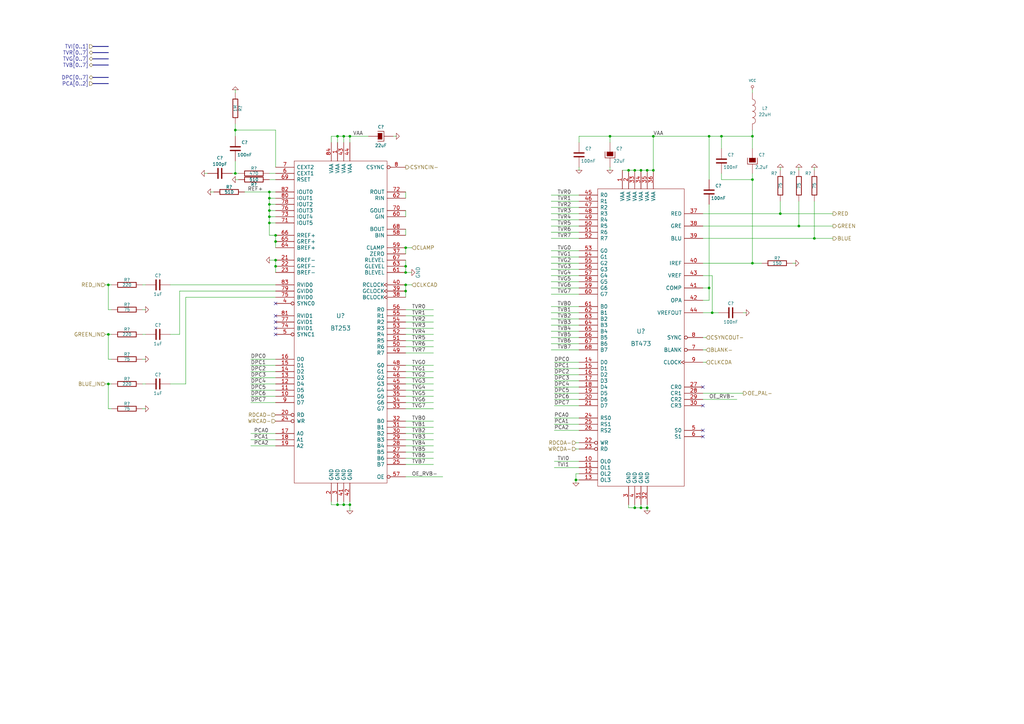
<source format=kicad_sch>
(kicad_sch (version 20250114) (generator "eeschema") (generator_version "9.0")
  (paper "A3")
  (title_block (title "Video") (date "Sun 22 Mar 2015") (rev "2.0B") (company "Kicad EDA"))
  (lib_symbols
    (symbol "video_schlib:BT253" (pin_names (offset 1.016))
      (property "Reference" "U" (at 0 2.54 0))
      (property "Value" "BT253" (at 0 -2.54 0))
      (symbol "BT253_0_1"
        (rectangle (start -19.05 -66.04) (end 19.05 66.04))
      )
      (symbol "BT253_1_1"
        (pin input line (at -26.67 63.5 0) (length 7.62) (name "CEXT2") (number "7"))
        (pin output line (at -26.67 60.96 0) (length 7.62) (name "CEXT1") (number "6"))
        (pin input line (at -26.67 58.42 0) (length 7.62) (name "RSET") (number "69"))
        (pin passive line (at -26.67 53.34 0) (length 7.62) (name "IOUT0") (number "82"))
        (pin passive line (at -26.67 50.8 0) (length 7.62) (name "IOUT1") (number "80"))
        (pin passive line (at -26.67 48.26 0) (length 7.62) (name "IOUT2") (number "78"))
        (pin passive line (at -26.67 45.72 0) (length 7.62) (name "IOUT3") (number "76"))
        (pin passive line (at -26.67 43.18 0) (length 7.62) (name "IOUT4") (number "73"))
        (pin passive line (at -26.67 40.64 0) (length 7.62) (name "IOUT5") (number "71"))
        (pin input line (at -26.67 35.56 0) (length 7.62) (name "RREF+") (number "66"))
        (pin input line (at -26.67 33.02 0) (length 7.62) (name "GREF+") (number "65"))
        (pin input line (at -26.67 30.48 0) (length 7.62) (name "BREF+") (number "64"))
        (pin input line (at -26.67 25.4 0) (length 7.62) (name "RREF-") (number "21"))
        (pin input line (at -26.67 22.86 0) (length 7.62) (name "GREF-") (number "22"))
        (pin input line (at -26.67 20.32 0) (length 7.62) (name "BREF-") (number "23"))
        (pin input line (at -26.67 15.24 0) (length 7.62) (name "RVID0") (number "83"))
        (pin input line (at -26.67 12.7 0) (length 7.62) (name "GVID0") (number "79"))
        (pin input line (at -26.67 10.16 0) (length 7.62) (name "BVID0") (number "75"))
        (pin input inverted (at -26.67 7.62 0) (length 7.62) (name "SYNC0") (number "4"))
        (pin input line (at -26.67 2.54 0) (length 7.62) (name "RVID1") (number "81"))
        (pin input line (at -26.67 0 0) (length 7.62) (name "GVID1") (number "77"))
        (pin input line (at -26.67 -2.54 0) (length 7.62) (name "BVID1") (number "74"))
        (pin input inverted (at -26.67 -5.08 0) (length 7.62) (name "SYNC1") (number "5"))
        (pin tri_state line (at -26.67 -15.24 0) (length 7.62) (name "D0") (number "16"))
        (pin tri_state line (at -26.67 -17.78 0) (length 7.62) (name "D1") (number "15"))
        (pin tri_state line (at -26.67 -20.32 0) (length 7.62) (name "D2") (number "14"))
        (pin tri_state line (at -26.67 -22.86 0) (length 7.62) (name "D3") (number "13"))
        (pin tri_state line (at -26.67 -25.4 0) (length 7.62) (name "D4") (number "12"))
        (pin tri_state line (at -26.67 -27.94 0) (length 7.62) (name "D5") (number "11"))
        (pin tri_state line (at -26.67 -30.48 0) (length 7.62) (name "D6") (number "10"))
        (pin tri_state line (at -26.67 -33.02 0) (length 7.62) (name "D7") (number "9"))
        (pin input inverted (at -26.67 -38.1 0) (length 7.62) (name "RD") (number "20"))
        (pin input inverted (at -26.67 -40.64 0) (length 7.62) (name "WR") (number "24"))
        (pin input line (at -26.67 -45.72 0) (length 7.62) (name "A0") (number "17"))
        (pin input line (at -26.67 -48.26 0) (length 7.62) (name "A1") (number "18"))
        (pin input line (at -26.67 -50.8 0) (length 7.62) (name "A2") (number "19"))
        (pin input line (at -3.81 73.66 270) (length 7.62) (name "VAA") (number "84"))
        (pin input line (at -3.81 -73.66 90) (length 7.62) (name "GND") (number "2"))
        (pin input line (at -1.27 73.66 270) (length 7.62) (name "VAA") (number "1"))
        (pin input line (at -1.27 -73.66 90) (length 7.62) (name "GND") (number "3"))
        (pin input line (at 1.27 73.66 270) (length 7.62) (name "VAA") (number "43"))
        (pin input line (at 1.27 -73.66 90) (length 7.62) (name "GND") (number "41"))
        (pin input line (at 3.81 73.66 270) (length 7.62) (name "VAA") (number "44"))
        (pin input line (at 3.81 -73.66 90) (length 7.62) (name "GND") (number "42"))
        (pin output inverted (at 26.67 63.5 180) (length 7.62) (name "CSYNC") (number "8"))
        (pin output line (at 26.67 53.34 180) (length 7.62) (name "ROUT") (number "72"))
        (pin input line (at 26.67 50.8 180) (length 7.62) (name "RIN") (number "62"))
        (pin output line (at 26.67 45.72 180) (length 7.62) (name "GOUT") (number "70"))
        (pin input line (at 26.67 43.18 180) (length 7.62) (name "GIN") (number "60"))
        (pin output line (at 26.67 38.1 180) (length 7.62) (name "BOUT") (number "68"))
        (pin input line (at 26.67 35.56 180) (length 7.62) (name "BIN") (number "58"))
        (pin input line (at 26.67 30.48 180) (length 7.62) (name "CLAMP") (number "59"))
        (pin input line (at 26.67 27.94 180) (length 7.62) (name "ZERO") (number "37"))
        (pin input line (at 26.67 25.4 180) (length 7.62) (name "RLEVEL") (number "67"))
        (pin input line (at 26.67 22.86 180) (length 7.62) (name "GLEVEL") (number "63"))
        (pin input line (at 26.67 20.32 180) (length 7.62) (name "BLEVEL") (number "61"))
        (pin input clock (at 26.67 15.24 180) (length 7.62) (name "RCLOCK") (number "40"))
        (pin input clock (at 26.67 12.7 180) (length 7.62) (name "GCLOCK") (number "39"))
        (pin input clock (at 26.67 10.16 180) (length 7.62) (name "BCLOCK") (number "38"))
        (pin tri_state line (at 26.67 5.08 180) (length 7.62) (name "R0") (number "56"))
        (pin tri_state line (at 26.67 2.54 180) (length 7.62) (name "R1") (number "55"))
        (pin tri_state line (at 26.67 0 180) (length 7.62) (name "R2") (number "54"))
        (pin tri_state line (at 26.67 -2.54 180) (length 7.62) (name "R3") (number "53"))
        (pin tri_state line (at 26.67 -5.08 180) (length 7.62) (name "R4") (number "52"))
        (pin tri_state line (at 26.67 -7.62 180) (length 7.62) (name "R5") (number "51"))
        (pin tri_state line (at 26.67 -10.16 180) (length 7.62) (name "R6") (number "50"))
        (pin tri_state line (at 26.67 -12.7 180) (length 7.62) (name "R7") (number "49"))
        (pin tri_state line (at 26.67 -17.78 180) (length 7.62) (name "G0") (number "48"))
        (pin tri_state line (at 26.67 -20.32 180) (length 7.62) (name "G1") (number "47"))
        (pin tri_state line (at 26.67 -22.86 180) (length 7.62) (name "G2") (number "46"))
        (pin tri_state line (at 26.67 -25.4 180) (length 7.62) (name "G3") (number "45"))
        (pin tri_state line (at 26.67 -27.94 180) (length 7.62) (name "G4") (number "36"))
        (pin tri_state line (at 26.67 -30.48 180) (length 7.62) (name "G5") (number "35"))
        (pin tri_state line (at 26.67 -33.02 180) (length 7.62) (name "G6") (number "34"))
        (pin tri_state line (at 26.67 -35.56 180) (length 7.62) (name "G7") (number "33"))
        (pin tri_state line (at 26.67 -40.64 180) (length 7.62) (name "B0") (number "32"))
        (pin tri_state line (at 26.67 -43.18 180) (length 7.62) (name "B1") (number "31"))
        (pin tri_state line (at 26.67 -45.72 180) (length 7.62) (name "B2") (number "30"))
        (pin tri_state line (at 26.67 -48.26 180) (length 7.62) (name "B3") (number "29"))
        (pin tri_state line (at 26.67 -50.8 180) (length 7.62) (name "B4") (number "28"))
        (pin tri_state line (at 26.67 -53.34 180) (length 7.62) (name "B5") (number "27"))
        (pin tri_state line (at 26.67 -55.88 180) (length 7.62) (name "B6") (number "26"))
        (pin tri_state line (at 26.67 -58.42 180) (length 7.62) (name "B7") (number "25"))
        (pin input inverted (at 26.67 -63.5 180) (length 7.62) (name "OE") (number "57"))
      )
    )
    (symbol "video_schlib:BT473" (pin_names (offset 1.016))
      (property "Reference" "U" (at 0 2.54 0))
      (property "Value" "BT473" (at 0 -2.54 0))
      (symbol "BT473_0_1"
        (rectangle (start -17.78 -60.96) (end 17.78 60.96))
      )
      (symbol "BT473_1_1"
        (pin input line (at -25.4 58.42 0) (length 7.62) (name "R0") (number "45"))
        (pin input line (at -25.4 55.88 0) (length 7.62) (name "R1") (number "46"))
        (pin input line (at -25.4 53.34 0) (length 7.62) (name "R2") (number "47"))
        (pin input line (at -25.4 50.8 0) (length 7.62) (name "R3") (number "48"))
        (pin input line (at -25.4 48.26 0) (length 7.62) (name "R4") (number "49"))
        (pin input line (at -25.4 45.72 0) (length 7.62) (name "R5") (number "50"))
        (pin input line (at -25.4 43.18 0) (length 7.62) (name "R6") (number "51"))
        (pin input line (at -25.4 40.64 0) (length 7.62) (name "R7") (number "52"))
        (pin input line (at -25.4 35.56 0) (length 7.62) (name "G0") (number "53"))
        (pin input line (at -25.4 33.02 0) (length 7.62) (name "G1") (number "54"))
        (pin input line (at -25.4 30.48 0) (length 7.62) (name "G2") (number "55"))
        (pin input line (at -25.4 27.94 0) (length 7.62) (name "G3") (number "56"))
        (pin input line (at -25.4 25.4 0) (length 7.62) (name "G4") (number "57"))
        (pin input line (at -25.4 22.86 0) (length 7.62) (name "G5") (number "58"))
        (pin input line (at -25.4 20.32 0) (length 7.62) (name "G6") (number "59"))
        (pin input line (at -25.4 17.78 0) (length 7.62) (name "G7") (number "60"))
        (pin input line (at -25.4 12.7 0) (length 7.62) (name "B0") (number "61"))
        (pin input line (at -25.4 10.16 0) (length 7.62) (name "B1") (number "62"))
        (pin input line (at -25.4 7.62 0) (length 7.62) (name "B2") (number "63"))
        (pin input line (at -25.4 5.08 0) (length 7.62) (name "B3") (number "64"))
        (pin input line (at -25.4 2.54 0) (length 7.62) (name "B4") (number "65"))
        (pin input line (at -25.4 0 0) (length 7.62) (name "B5") (number "66"))
        (pin input line (at -25.4 -2.54 0) (length 7.62) (name "B6") (number "67"))
        (pin input line (at -25.4 -5.08 0) (length 7.62) (name "B7") (number "68"))
        (pin input line (at -25.4 -10.16 0) (length 7.62) (name "D0") (number "14"))
        (pin input line (at -25.4 -12.7 0) (length 7.62) (name "D1") (number "15"))
        (pin input line (at -25.4 -15.24 0) (length 7.62) (name "D2") (number "16"))
        (pin input line (at -25.4 -17.78 0) (length 7.62) (name "D3") (number "17"))
        (pin input line (at -25.4 -20.32 0) (length 7.62) (name "D4") (number "18"))
        (pin input line (at -25.4 -22.86 0) (length 7.62) (name "D5") (number "19"))
        (pin input line (at -25.4 -25.4 0) (length 7.62) (name "D6") (number "20"))
        (pin input line (at -25.4 -27.94 0) (length 7.62) (name "D7") (number "21"))
        (pin input line (at -25.4 -33.02 0) (length 7.62) (name "RS0") (number "24"))
        (pin input line (at -25.4 -35.56 0) (length 7.62) (name "RS1") (number "25"))
        (pin input line (at -25.4 -38.1 0) (length 7.62) (name "RS2") (number "26"))
        (pin input inverted (at -25.4 -43.18 0) (length 7.62) (name "WR") (number "22"))
        (pin input inverted (at -25.4 -45.72 0) (length 7.62) (name "RD") (number "23"))
        (pin input line (at -25.4 -50.8 0) (length 7.62) (name "OL0") (number "10"))
        (pin input line (at -25.4 -53.34 0) (length 7.62) (name "OL1") (number "11"))
        (pin input line (at -25.4 -55.88 0) (length 7.62) (name "OL2") (number "12"))
        (pin input line (at -25.4 -58.42 0) (length 7.62) (name "OL3") (number "13"))
        (pin input line (at -7.62 68.58 270) (length 7.62) (name "VAA") (number "1"))
        (pin input line (at -5.08 68.58 270) (length 7.62) (name "VAA") (number "2"))
        (pin input line (at -5.08 -68.58 90) (length 7.62) (name "GND") (number "3"))
        (pin input line (at -2.54 68.58 270) (length 7.62) (name "VAA") (number "33"))
        (pin input line (at -2.54 -68.58 90) (length 7.62) (name "GND") (number "4"))
        (pin input line (at 0 68.58 270) (length 7.62) (name "VAA") (number "34"))
        (pin input line (at 0 -68.58 90) (length 7.62) (name "GND") (number "31"))
        (pin input line (at 2.54 68.58 270) (length 7.62) (name "VAA") (number "35"))
        (pin input line (at 2.54 -68.58 90) (length 7.62) (name "GND") (number "32"))
        (pin input line (at 5.08 68.58 270) (length 7.62) (name "VAA") (number "36"))
        (pin output line (at 25.4 50.8 180) (length 7.62) (name "RED") (number "37"))
        (pin output line (at 25.4 45.72 180) (length 7.62) (name "GRE") (number "38"))
        (pin output line (at 25.4 40.64 180) (length 7.62) (name "BLU") (number "39"))
        (pin input line (at 25.4 30.48 180) (length 7.62) (name "IREF") (number "40"))
        (pin input line (at 25.4 25.4 180) (length 7.62) (name "VREF") (number "43"))
        (pin input line (at 25.4 20.32 180) (length 7.62) (name "COMP") (number "41"))
        (pin output line (at 25.4 15.24 180) (length 7.62) (name "OPA") (number "42"))
        (pin output line (at 25.4 10.16 180) (length 7.62) (name "VREFOUT") (number "44"))
        (pin input inverted (at 25.4 0 180) (length 7.62) (name "SYNC") (number "8"))
        (pin input inverted (at 25.4 -5.08 180) (length 7.62) (name "BLANK") (number "7"))
        (pin input clock (at 25.4 -10.16 180) (length 7.62) (name "CLOCK") (number "9"))
        (pin output line (at 25.4 -20.32 180) (length 7.62) (name "CR0") (number "27"))
        (pin output line (at 25.4 -22.86 180) (length 7.62) (name "CR1") (number "28"))
        (pin output line (at 25.4 -25.4 180) (length 7.62) (name "CR2") (number "29"))
        (pin output line (at 25.4 -27.94 180) (length 7.62) (name "CR3") (number "30"))
        (pin input line (at 25.4 -38.1 180) (length 7.62) (name "S0") (number "5"))
        (pin input line (at 25.4 -40.64 180) (length 7.62) (name "S1") (number "6"))
      )
    )
    (symbol "video_schlib:C" (pin_numbers (hide yes)) (pin_names (offset 0.254))
      (property "Reference" "C" (at 0 2.54 0))
      (property "Value" "C" (at 0.1524 -2.159 0))
      (symbol "C_0_1"
        (polyline (pts (xy -2.032 0.762) (xy 2.032 0.762)) (stroke (width 0.508)))
        (polyline (pts (xy -2.032 -0.762) (xy 2.032 -0.762)) (stroke (width 0.508)))
      )
      (symbol "C_1_1"
        (pin passive line (at 0 5.08 270) (length 4.318) (name "~") (number "1"))
        (pin passive line (at 0 -5.08 90) (length 4.318) (name "~") (number "2"))
      )
    )
    (symbol "video_schlib:CP" (pin_numbers (hide yes)) (pin_names (offset 0.254) (hide yes))
      (property "Reference" "C" (at 1.27 2.54 0))
      (property "Value" "CP" (at 1.27 -2.54 0))
      (symbol "CP_0_1"
        (polyline (pts (xy -2.032 1.27) (xy -2.032 -1.27) (xy 2.032 -1.27) (xy 2.032 1.27)) (stroke (width 0.2032)))
        (polyline (pts (xy -1.27 1.27) (xy -1.27 -0.508) (xy 1.27 -0.508) (xy 1.27 1.27)) (fill (type outline)))
      )
      (symbol "CP_1_1"
        (pin passive line (at 0 5.08 270) (length 3.81) (name "~") (number "1"))
        (pin passive line (at 0 -5.08 90) (length 3.81) (name "~") (number "2"))
      )
    )
    (symbol "video_schlib:GND" (power) (pin_names (offset 0))
      (symbol "GND_0_1"
        (polyline (pts (xy -1.27 0) (xy 0 -1.27) (xy 1.27 0) (xy -1.27 0)))
      )
      (symbol "GND_1_1"
        (pin power_in line (at 0 0 90) (length 0) (hide yes) (name "GND") (number "1"))
      )
    )
    (symbol "video_schlib:INDUCTOR" (pin_numbers (hide yes)) (pin_names (offset 1.016) (hide yes))
      (property "Reference" "L" (at -1.27 0 90))
      (property "Value" "INDUCTOR" (at 2.54 0 90))
      (symbol "INDUCTOR_0_1"
        (arc (start 0.0254 4.9784) (mid 1.1942 3.7719) (end 0.0254 2.5654))
        (arc (start 0.0254 2.5908) (mid 1.2704 1.3081) (end 0.0254 0.0254))
        (arc (start 0.0254 0.0508) (mid 1.2704 -1.2319) (end 0.0254 -2.5146))
        (arc (start 0.0254 -2.54) (mid 1.245 -3.7973) (end 0.0254 -5.0546))
      )
      (symbol "INDUCTOR_1_1"
        (pin passive line (at 0 7.62 270) (length 2.54) (name "1") (number "1"))
        (pin passive line (at 0 -7.62 90) (length 2.54) (name "2") (number "2"))
      )
    )
    (symbol "video_schlib:R" (pin_numbers (hide yes)) (pin_names (offset 0))
      (property "Reference" "R" (at 2.032 0 90))
      (property "Value" "R" (at 0.1778 0.0254 90))
      (symbol "R_0_1"
        (rectangle (start -1.016 3.81) (end 1.016 -3.81) (stroke (width 0.3048)))
      )
      (symbol "R_1_1"
        (pin passive line (at 0 6.35 270) (length 2.54) (name "~") (number "1"))
        (pin passive line (at 0 -6.35 90) (length 2.54) (name "~") (number "2"))
      )
    )
    (symbol "video_schlib:VCC" (power) (pin_names (offset 0))
      (property "Value" "VCC" (at 0 2.54 0))
      (symbol "VCC_0_0"
        (pin power_in line (at 0 0 90) (length 0) (hide yes) (name "VCC") (number "1"))
      )
      (symbol "VCC_0_1"
        (circle (center 0 1.27) (radius 0.508))
        (polyline (pts (xy 0 0) (xy 0 0.762) (xy 0 0.762)))
      )
    )
  )
  (junction (at 166.37 111.76) (diameter 0.9144))
  (junction (at 308.61 73.66) (diameter 0.9144))
  (junction (at 166.37 119.38) (diameter 0.9144))
  (junction (at 327.66 92.71) (diameter 0.9144))
  (junction (at 110.49 81.28) (diameter 0.9144))
  (junction (at 262.89 208.28) (diameter 0.9144))
  (junction (at 44.45 116.84) (diameter 0.9144))
  (junction (at 110.49 78.74) (diameter 0.9144))
  (junction (at 308.61 55.88) (diameter 0.9144))
  (junction (at 140.97 207.01) (diameter 0.9144))
  (junction (at 110.49 83.82) (diameter 0.9144))
  (junction (at 260.35 69.85) (diameter 0.9144))
  (junction (at 265.43 69.85) (diameter 0.9144))
  (junction (at 290.83 118.11) (diameter 0.9144))
  (junction (at 236.22 196.85) (diameter 0.9144))
  (junction (at 166.37 109.22) (diameter 0.9144))
  (junction (at 295.91 55.88) (diameter 0.9144))
  (junction (at 267.97 69.85) (diameter 0.9144))
  (junction (at 138.43 207.01) (diameter 0.9144))
  (junction (at 292.1 128.27) (diameter 0.9144))
  (junction (at 262.89 69.85) (diameter 0.9144))
  (junction (at 143.51 207.01) (diameter 0.9144))
  (junction (at 138.43 55.88) (diameter 0.9144))
  (junction (at 320.04 87.63) (diameter 0.9144))
  (junction (at 166.37 101.6) (diameter 0.9144))
  (junction (at 96.52 53.34) (diameter 0.9144))
  (junction (at 44.45 157.48) (diameter 0.9144))
  (junction (at 308.61 107.95) (diameter 0.9144))
  (junction (at 113.03 96.52) (diameter 0.9144))
  (junction (at 110.49 88.9) (diameter 0.9144))
  (junction (at 44.45 137.16) (diameter 0.9144))
  (junction (at 166.37 116.84) (diameter 0.9144))
  (junction (at 250.19 55.88) (diameter 0.9144))
  (junction (at 334.01 97.79) (diameter 0.9144))
  (junction (at 113.03 106.68) (diameter 0.9144))
  (junction (at 110.49 86.36) (diameter 0.9144))
  (junction (at 140.97 55.88) (diameter 0.9144))
  (junction (at 113.03 99.06) (diameter 0.9144))
  (junction (at 265.43 208.28) (diameter 0.9144))
  (junction (at 290.83 55.88) (diameter 0.9144))
  (junction (at 113.03 109.22) (diameter 0.9144))
  (junction (at 267.97 55.88) (diameter 0.9144))
  (junction (at 110.49 91.44) (diameter 0.9144))
  (junction (at 257.81 69.85) (diameter 0.9144))
  (junction (at 143.51 55.88) (diameter 0.9144))
  (junction (at 96.52 71.12) (diameter 0.9144))
  (junction (at 260.35 208.28) (diameter 0.9144))
  (no_connect (at 288.29 166.37))
  (no_connect (at 288.29 158.75))
  (no_connect (at 113.03 137.16))
  (no_connect (at 113.03 129.54))
  (no_connect (at 288.29 176.53))
  (no_connect (at 288.29 179.07))
  (no_connect (at 113.03 134.62))
  (no_connect (at 113.03 132.08))
  (no_connect (at 113.03 124.46))
  (wire (pts (xy 226.06 102.87) (xy 237.49 102.87)))
  (wire (pts (xy 58.42 137.16) (xy 59.69 137.16)))
  (wire (pts (xy 95.25 71.12) (xy 96.52 71.12)))
  (wire (pts (xy 102.87 180.34) (xy 113.03 180.34)))
  (wire (pts (xy 250.19 58.42) (xy 250.19 55.88)))
  (wire (pts (xy 166.37 127) (xy 177.8 127)))
  (wire (pts (xy 44.45 147.32) (xy 45.72 147.32)))
  (wire (pts (xy 292.1 128.27) (xy 294.64 128.27)))
  (wire (pts (xy 102.87 147.32) (xy 113.03 147.32)))
  (wire (pts (xy 288.29 97.79) (xy 334.01 97.79)))
  (wire (pts (xy 166.37 101.6) (xy 168.91 101.6)))
  (wire (pts (xy 327.66 92.71) (xy 341.63 92.71)))
  (wire (pts (xy 260.35 208.28) (xy 262.89 208.28)))
  (wire (pts (xy 290.83 55.88) (xy 295.91 55.88)))
  (wire (pts (xy 237.49 196.85) (xy 236.22 196.85)))
  (wire (pts (xy 113.03 121.92) (xy 76.2 121.92)))
  (wire (pts (xy 166.37 93.98) (xy 166.37 96.52)))
  (wire (pts (xy 227.33 153.67) (xy 237.49 153.67)))
  (wire (pts (xy 43.18 137.16) (xy 44.45 137.16)))
  (wire (pts (xy 140.97 207.01) (xy 143.51 207.01)))
  (wire (pts (xy 226.06 113.03) (xy 237.49 113.03)))
  (wire (pts (xy 334.01 69.85) (xy 334.01 68.58)))
  (wire (pts (xy 166.37 162.56) (xy 177.8 162.56)))
  (wire (pts (xy 265.43 69.85) (xy 267.97 69.85)))
  (wire (pts (xy 237.49 184.15) (xy 236.22 184.15)))
  (wire (pts (xy 166.37 167.64) (xy 177.8 167.64)))
  (wire (pts (xy 102.87 177.8) (xy 113.03 177.8)))
  (wire (pts (xy 236.22 194.31) (xy 236.22 196.85)))
  (wire (pts (xy 227.33 148.59) (xy 237.49 148.59)))
  (wire (pts (xy 260.35 69.85) (xy 262.89 69.85)))
  (wire (pts (xy 166.37 104.14) (xy 166.37 101.6)))
  (wire (pts (xy 288.29 92.71) (xy 327.66 92.71)))
  (wire (pts (xy 226.06 120.65) (xy 237.49 120.65)))
  (wire (pts (xy 265.43 208.28) (xy 265.43 209.55)))
  (wire (pts (xy 320.04 87.63) (xy 341.63 87.63)))
  (wire (pts (xy 227.33 161.29) (xy 237.49 161.29)))
  (wire (pts (xy 113.03 99.06) (xy 113.03 101.6)))
  (wire (pts (xy 226.06 133.35) (xy 237.49 133.35)))
  (wire (pts (xy 226.06 92.71) (xy 237.49 92.71)))
  (wire (pts (xy 290.83 123.19) (xy 288.29 123.19)))
  (wire (pts (xy 227.33 158.75) (xy 237.49 158.75)))
  (wire (pts (xy 96.52 38.1) (xy 96.52 36.83)))
  (wire (pts (xy 166.37 116.84) (xy 166.37 119.38)))
  (wire (pts (xy 227.33 163.83) (xy 237.49 163.83)))
  (wire (pts (xy 226.06 107.95) (xy 237.49 107.95)))
  (wire (pts (xy 236.22 181.61) (xy 237.49 181.61)))
  (wire (pts (xy 226.06 90.17) (xy 237.49 90.17)))
  (wire (pts (xy 110.49 78.74) (xy 110.49 81.28)))
  (wire (pts (xy 260.35 208.28) (xy 260.35 207.01)))
  (wire (pts (xy 44.45 157.48) (xy 44.45 167.64)))
  (wire (pts (xy 166.37 109.22) (xy 166.37 111.76)))
  (wire (pts (xy 96.52 73.66) (xy 97.79 73.66)))
  (wire (pts (xy 226.06 125.73) (xy 237.49 125.73)))
  (wire (pts (xy 113.03 81.28) (xy 110.49 81.28)))
  (wire (pts (xy 226.06 130.81) (xy 237.49 130.81)))
  (wire (pts (xy 44.45 137.16) (xy 44.45 147.32)))
  (wire (pts (xy 166.37 111.76) (xy 168.91 111.76)))
  (wire (pts (xy 110.49 86.36) (xy 113.03 86.36)))
  (wire (pts (xy 308.61 53.34) (xy 308.61 55.88)))
  (wire (pts (xy 250.19 69.85) (xy 250.19 68.58)))
  (wire (pts (xy 237.49 189.23) (xy 227.33 189.23)))
  (wire (pts (xy 166.37 190.5) (xy 177.8 190.5)))
  (wire (pts (xy 110.49 83.82) (xy 113.03 83.82)))
  (wire (pts (xy 96.52 71.12) (xy 97.79 71.12)))
  (wire (pts (xy 166.37 157.48) (xy 177.8 157.48)))
  (wire (pts (xy 292.1 113.03) (xy 288.29 113.03)))
  (wire (pts (xy 110.49 96.52) (xy 113.03 96.52)))
  (wire (pts (xy 102.87 182.88) (xy 113.03 182.88)))
  (wire (pts (xy 288.29 107.95) (xy 308.61 107.95)))
  (wire (pts (xy 69.85 116.84) (xy 113.03 116.84)))
  (wire (pts (xy 59.69 127) (xy 58.42 127)))
  (wire (pts (xy 227.33 166.37) (xy 237.49 166.37)))
  (wire (pts (xy 110.49 86.36) (xy 110.49 88.9)))
  (wire (pts (xy 290.83 83.82) (xy 290.83 118.11)))
  (wire (pts (xy 110.49 71.12) (xy 113.03 71.12)))
  (wire (pts (xy 236.22 196.85) (xy 236.22 198.12)))
  (wire (pts (xy 166.37 86.36) (xy 166.37 88.9)))
  (wire (pts (xy 226.06 138.43) (xy 237.49 138.43)))
  (wire (pts (xy 102.87 157.48) (xy 113.03 157.48)))
  (wire (pts (xy 102.87 165.1) (xy 113.03 165.1)))
  (wire (pts (xy 162.56 55.88) (xy 161.29 55.88)))
  (wire (pts (xy 257.81 208.28) (xy 260.35 208.28)))
  (wire (pts (xy 166.37 149.86) (xy 177.8 149.86)))
  (wire (pts (xy 166.37 180.34) (xy 177.8 180.34)))
  (wire (pts (xy 290.83 55.88) (xy 290.83 73.66)))
  (wire (pts (xy 110.49 73.66) (xy 113.03 73.66)))
  (wire (pts (xy 227.33 151.13) (xy 237.49 151.13)))
  (wire (pts (xy 320.04 82.55) (xy 320.04 87.63)))
  (wire (pts (xy 76.2 121.92) (xy 76.2 157.48)))
  (wire (pts (xy 110.49 88.9) (xy 113.03 88.9)))
  (wire (pts (xy 59.69 147.32) (xy 58.42 147.32)))
  (wire (pts (xy 237.49 191.77) (xy 227.33 191.77)))
  (wire (pts (xy 102.87 154.94) (xy 113.03 154.94)))
  (wire (pts (xy 237.49 58.42) (xy 237.49 55.88)))
  (wire (pts (xy 226.06 128.27) (xy 237.49 128.27)))
  (wire (pts (xy 226.06 82.55) (xy 237.49 82.55)))
  (wire (pts (xy 226.06 118.11) (xy 237.49 118.11)))
  (wire (pts (xy 288.29 87.63) (xy 320.04 87.63)))
  (wire (pts (xy 226.06 105.41) (xy 237.49 105.41)))
  (wire (pts (xy 44.45 157.48) (xy 45.72 157.48)))
  (wire (pts (xy 308.61 73.66) (xy 308.61 107.95)))
  (wire (pts (xy 308.61 55.88) (xy 308.61 60.96)))
  (wire (pts (xy 226.06 110.49) (xy 237.49 110.49)))
  (wire (pts (xy 226.06 135.89) (xy 237.49 135.89)))
  (wire (pts (xy 308.61 71.12) (xy 308.61 73.66)))
  (bus (pts (xy 38.1 19.05) (xy 44.45 19.05)))
  (wire (pts (xy 288.29 163.83) (xy 302.26 163.83)))
  (wire (pts (xy 58.42 116.84) (xy 59.69 116.84)))
  (wire (pts (xy 226.06 85.09) (xy 237.49 85.09)))
  (wire (pts (xy 166.37 144.78) (xy 177.8 144.78)))
  (wire (pts (xy 226.06 95.25) (xy 237.49 95.25)))
  (wire (pts (xy 326.39 107.95) (xy 325.12 107.95)))
  (wire (pts (xy 166.37 132.08) (xy 177.8 132.08)))
  (wire (pts (xy 226.06 143.51) (xy 237.49 143.51)))
  (wire (pts (xy 237.49 55.88) (xy 250.19 55.88)))
  (wire (pts (xy 166.37 78.74) (xy 166.37 81.28)))
  (wire (pts (xy 226.06 80.01) (xy 237.49 80.01)))
  (wire (pts (xy 166.37 152.4) (xy 177.8 152.4)))
  (wire (pts (xy 306.07 128.27) (xy 304.8 128.27)))
  (wire (pts (xy 295.91 55.88) (xy 308.61 55.88)))
  (wire (pts (xy 290.83 118.11) (xy 290.83 123.19)))
  (wire (pts (xy 135.89 55.88) (xy 135.89 58.42)))
  (wire (pts (xy 44.45 137.16) (xy 45.72 137.16)))
  (wire (pts (xy 166.37 142.24) (xy 177.8 142.24)))
  (wire (pts (xy 143.51 55.88) (xy 151.13 55.88)))
  (wire (pts (xy 135.89 207.01) (xy 138.43 207.01)))
  (wire (pts (xy 166.37 119.38) (xy 166.37 121.92)))
  (bus (pts (xy 38.1 34.29) (xy 44.45 34.29)))
  (wire (pts (xy 113.03 106.68) (xy 113.03 109.22)))
  (wire (pts (xy 58.42 167.64) (xy 59.69 167.64)))
  (wire (pts (xy 226.06 87.63) (xy 237.49 87.63)))
  (wire (pts (xy 257.81 208.28) (xy 257.81 207.01)))
  (wire (pts (xy 86.36 78.74) (xy 87.63 78.74)))
  (wire (pts (xy 135.89 207.01) (xy 135.89 205.74)))
  (wire (pts (xy 102.87 149.86) (xy 113.03 149.86)))
  (wire (pts (xy 138.43 207.01) (xy 140.97 207.01)))
  (wire (pts (xy 250.19 55.88) (xy 267.97 55.88)))
  (wire (pts (xy 166.37 139.7) (xy 177.8 139.7)))
  (wire (pts (xy 113.03 119.38) (xy 73.66 119.38)))
  (wire (pts (xy 265.43 207.01) (xy 265.43 208.28)))
  (wire (pts (xy 96.52 50.8) (xy 96.52 53.34)))
  (bus (pts (xy 38.1 31.75) (xy 44.45 31.75)))
  (wire (pts (xy 290.83 118.11) (xy 288.29 118.11)))
  (wire (pts (xy 308.61 36.83) (xy 308.61 38.1)))
  (wire (pts (xy 166.37 160.02) (xy 177.8 160.02)))
  (wire (pts (xy 227.33 173.99) (xy 237.49 173.99)))
  (wire (pts (xy 166.37 175.26) (xy 177.8 175.26)))
  (wire (pts (xy 295.91 71.12) (xy 295.91 73.66)))
  (wire (pts (xy 110.49 91.44) (xy 113.03 91.44)))
  (wire (pts (xy 110.49 83.82) (xy 110.49 86.36)))
  (wire (pts (xy 102.87 152.4) (xy 113.03 152.4)))
  (wire (pts (xy 69.85 137.16) (xy 73.66 137.16)))
  (bus (pts (xy 38.1 24.13) (xy 44.45 24.13)))
  (wire (pts (xy 143.51 207.01) (xy 143.51 209.55)))
  (wire (pts (xy 138.43 55.88) (xy 140.97 55.88)))
  (wire (pts (xy 44.45 167.64) (xy 45.72 167.64)))
  (wire (pts (xy 83.82 71.12) (xy 85.09 71.12)))
  (wire (pts (xy 110.49 81.28) (xy 110.49 83.82)))
  (wire (pts (xy 96.52 53.34) (xy 96.52 55.88)))
  (wire (pts (xy 44.45 116.84) (xy 45.72 116.84)))
  (wire (pts (xy 69.85 157.48) (xy 76.2 157.48)))
  (wire (pts (xy 166.37 172.72) (xy 177.8 172.72)))
  (wire (pts (xy 227.33 171.45) (xy 237.49 171.45)))
  (wire (pts (xy 110.49 78.74) (xy 113.03 78.74)))
  (wire (pts (xy 96.52 71.12) (xy 96.52 66.04)))
  (wire (pts (xy 138.43 55.88) (xy 138.43 58.42)))
  (wire (pts (xy 143.51 58.42) (xy 143.51 55.88)))
  (wire (pts (xy 308.61 107.95) (xy 312.42 107.95)))
  (wire (pts (xy 166.37 129.54) (xy 177.8 129.54)))
  (wire (pts (xy 289.56 143.51) (xy 288.29 143.51)))
  (wire (pts (xy 327.66 68.58) (xy 327.66 69.85)))
  (wire (pts (xy 166.37 137.16) (xy 177.8 137.16)))
  (wire (pts (xy 43.18 116.84) (xy 44.45 116.84)))
  (wire (pts (xy 140.97 55.88) (xy 140.97 58.42)))
  (wire (pts (xy 166.37 134.62) (xy 177.8 134.62)))
  (bus (pts (xy 38.1 26.67) (xy 44.45 26.67)))
  (wire (pts (xy 166.37 187.96) (xy 177.8 187.96)))
  (wire (pts (xy 267.97 69.85) (xy 267.97 55.88)))
  (wire (pts (xy 110.49 91.44) (xy 110.49 96.52)))
  (wire (pts (xy 320.04 69.85) (xy 320.04 68.58)))
  (wire (pts (xy 166.37 182.88) (xy 177.8 182.88)))
  (wire (pts (xy 58.42 157.48) (xy 59.69 157.48)))
  (wire (pts (xy 113.03 53.34) (xy 113.03 68.58)))
  (wire (pts (xy 226.06 115.57) (xy 237.49 115.57)))
  (wire (pts (xy 226.06 97.79) (xy 237.49 97.79)))
  (wire (pts (xy 168.91 116.84) (xy 166.37 116.84)))
  (wire (pts (xy 295.91 73.66) (xy 308.61 73.66)))
  (wire (pts (xy 113.03 109.22) (xy 113.03 111.76)))
  (wire (pts (xy 102.87 162.56) (xy 113.03 162.56)))
  (wire (pts (xy 289.56 138.43) (xy 288.29 138.43)))
  (wire (pts (xy 237.49 68.58) (xy 237.49 69.85)))
  (wire (pts (xy 288.29 128.27) (xy 292.1 128.27)))
  (wire (pts (xy 226.06 140.97) (xy 237.49 140.97)))
  (wire (pts (xy 289.56 148.59) (xy 288.29 148.59)))
  (wire (pts (xy 288.29 161.29) (xy 304.8 161.29)))
  (wire (pts (xy 96.52 53.34) (xy 113.03 53.34)))
  (wire (pts (xy 135.89 55.88) (xy 138.43 55.88)))
  (wire (pts (xy 44.45 116.84) (xy 44.45 127)))
  (wire (pts (xy 143.51 205.74) (xy 143.51 207.01)))
  (wire (pts (xy 334.01 97.79) (xy 341.63 97.79)))
  (wire (pts (xy 166.37 185.42) (xy 177.8 185.42)))
  (wire (pts (xy 166.37 195.58) (xy 181.61 195.58)))
  (wire (pts (xy 292.1 128.27) (xy 292.1 113.03)))
  (wire (pts (xy 140.97 205.74) (xy 140.97 207.01)))
  (wire (pts (xy 267.97 55.88) (xy 290.83 55.88)))
  (wire (pts (xy 262.89 208.28) (xy 262.89 207.01)))
  (wire (pts (xy 255.27 69.85) (xy 257.81 69.85)))
  (wire (pts (xy 113.03 96.52) (xy 113.03 99.06)))
  (wire (pts (xy 227.33 156.21) (xy 237.49 156.21)))
  (wire (pts (xy 257.81 69.85) (xy 260.35 69.85)))
  (wire (pts (xy 295.91 55.88) (xy 295.91 60.96)))
  (bus (pts (xy 38.1 21.59) (xy 44.45 21.59)))
  (wire (pts (xy 110.49 88.9) (xy 110.49 91.44)))
  (wire (pts (xy 138.43 205.74) (xy 138.43 207.01)))
  (wire (pts (xy 166.37 154.94) (xy 177.8 154.94)))
  (wire (pts (xy 262.89 69.85) (xy 265.43 69.85)))
  (wire (pts (xy 100.33 78.74) (xy 110.49 78.74)))
  (wire (pts (xy 102.87 160.02) (xy 113.03 160.02)))
  (wire (pts (xy 44.45 127) (xy 45.72 127)))
  (wire (pts (xy 43.18 157.48) (xy 44.45 157.48)))
  (wire (pts (xy 334.01 97.79) (xy 334.01 82.55)))
  (wire (pts (xy 140.97 55.88) (xy 143.51 55.88)))
  (wire (pts (xy 236.22 194.31) (xy 237.49 194.31)))
  (wire (pts (xy 166.37 165.1) (xy 177.8 165.1)))
  (wire (pts (xy 73.66 119.38) (xy 73.66 137.16)))
  (wire (pts (xy 262.89 208.28) (xy 265.43 208.28)))
  (wire (pts (xy 227.33 176.53) (xy 237.49 176.53)))
  (wire (pts (xy 166.37 177.8) (xy 177.8 177.8)))
  (wire (pts (xy 166.37 106.68) (xy 166.37 109.22)))
  (wire (pts (xy 110.49 106.68) (xy 113.03 106.68)))
  (wire (pts (xy 327.66 92.71) (xy 327.66 82.55)))
  (label "TVI0" (at 228.6 189.23 0) (effects (font (size 1.524 1.524))))
  (label "TVR5" (at 228.6 92.71 0) (effects (font (size 1.524 1.524))))
  (label "PCA0" (at 104.14 177.8 0) (effects (font (size 1.524 1.524))))
  (label "TVR3" (at 168.91 134.62 0) (effects (font (size 1.524 1.524))))
  (label "DPC2" (at 227.33 153.67 0) (effects (font (size 1.524 1.524))))
  (label "TVG7" (at 168.91 167.64 0) (effects (font (size 1.524 1.524))))
  (label "TVR3" (at 228.6 87.63 0) (effects (font (size 1.524 1.524))))
  (label "TVG2" (at 168.91 154.94 0) (effects (font (size 1.524 1.524))))
  (label "DPC0" (at 102.87 147.32 0) (effects (font (size 1.524 1.524))))
  (label "TVR2" (at 228.6 85.09 0) (effects (font (size 1.524 1.524))))
  (label "DPC5" (at 227.33 161.29 0) (effects (font (size 1.524 1.524))))
  (label "OE_RVB-" (at 290.83 163.83 0) (effects (font (size 1.524 1.524))))
  (label "TVG5" (at 168.91 162.56 0) (effects (font (size 1.524 1.524))))
  (label "TVG3" (at 228.6 110.49 0) (effects (font (size 1.524 1.524))))
  (label "TVG1" (at 228.6 105.41 0) (effects (font (size 1.524 1.524))))
  (label "DPC7" (at 227.33 166.37 0) (effects (font (size 1.524 1.524))))
  (label "TVB4" (at 228.6 135.89 0) (effects (font (size 1.524 1.524))))
  (label "TVB1" (at 168.91 175.26 0) (effects (font (size 1.524 1.524))))
  (label "TVB0" (at 168.91 172.72 0) (effects (font (size 1.524 1.524))))
  (label "PCA1" (at 104.14 180.34 0) (effects (font (size 1.524 1.524))))
  (label "TVB5" (at 228.6 138.43 0) (effects (font (size 1.524 1.524))))
  (label "DPC4" (at 227.33 158.75 0) (effects (font (size 1.524 1.524))))
  (label "DPC5" (at 102.87 160.02 0) (effects (font (size 1.524 1.524))))
  (label "DPC6" (at 102.87 162.56 0) (effects (font (size 1.524 1.524))))
  (label "TVR6" (at 168.91 142.24 0) (effects (font (size 1.524 1.524))))
  (label "PCA0" (at 227.33 171.45 0) (effects (font (size 1.524 1.524))))
  (label "VAA" (at 144.78 55.88 0) (effects (font (size 1.524 1.524))))
  (label "TVB1" (at 228.6 128.27 0) (effects (font (size 1.524 1.524))))
  (label "TVB6" (at 168.91 187.96 0) (effects (font (size 1.524 1.524))))
  (label "VAA" (at 267.97 55.88 0) (effects (font (size 1.524 1.524))))
  (label "OE_RVB-" (at 168.91 195.58 0) (effects (font (size 1.524 1.524))))
  (label "PCA1" (at 227.33 173.99 0) (effects (font (size 1.524 1.524))))
  (label "TVG5" (at 228.6 115.57 0) (effects (font (size 1.524 1.524))))
  (label "TVB4" (at 168.91 182.88 0) (effects (font (size 1.524 1.524))))
  (label "TVR7" (at 228.6 97.79 0) (effects (font (size 1.524 1.524))))
  (label "TVR1" (at 168.91 129.54 0) (effects (font (size 1.524 1.524))))
  (label "TVR4" (at 228.6 90.17 0) (effects (font (size 1.524 1.524))))
  (label "TVG4" (at 228.6 113.03 0) (effects (font (size 1.524 1.524))))
  (label "TVI1" (at 228.6 191.77 0) (effects (font (size 1.524 1.524))))
  (label "TVG2" (at 228.6 107.95 0) (effects (font (size 1.524 1.524))))
  (label "TVR0" (at 168.91 127 0) (effects (font (size 1.524 1.524))))
  (label "TVR6" (at 228.6 95.25 0) (effects (font (size 1.524 1.524))))
  (label "TVB5" (at 168.91 185.42 0) (effects (font (size 1.524 1.524))))
  (label "TVR7" (at 168.91 144.78 0) (effects (font (size 1.524 1.524))))
  (label "TVR4" (at 168.91 137.16 0) (effects (font (size 1.524 1.524))))
  (label "DPC4" (at 102.87 157.48 0) (effects (font (size 1.524 1.524))))
  (label "TVG4" (at 168.91 160.02 0) (effects (font (size 1.524 1.524))))
  (label "PCA2" (at 227.33 176.53 0) (effects (font (size 1.524 1.524))))
  (label "TVG3" (at 168.91 157.48 0) (effects (font (size 1.524 1.524))))
  (label "TVB3" (at 228.6 133.35 0) (effects (font (size 1.524 1.524))))
  (label "DPC3" (at 227.33 156.21 0) (effects (font (size 1.524 1.524))))
  (label "TVG6" (at 228.6 118.11 0) (effects (font (size 1.524 1.524))))
  (label "TVG6" (at 168.91 165.1 0) (effects (font (size 1.524 1.524))))
  (label "TVG0" (at 168.91 149.86 0) (effects (font (size 1.524 1.524))))
  (label "TVR0" (at 228.6 80.01 0) (effects (font (size 1.524 1.524))))
  (label "TVB6" (at 228.6 140.97 0) (effects (font (size 1.524 1.524))))
  (label "TVB2" (at 168.91 177.8 0) (effects (font (size 1.524 1.524))))
  (label "TVR2" (at 168.91 132.08 0) (effects (font (size 1.524 1.524))))
  (label "PCA2" (at 104.14 182.88 0) (effects (font (size 1.524 1.524))))
  (label "DPC1" (at 102.87 149.86 0) (effects (font (size 1.524 1.524))))
  (label "REF+" (at 101.6 78.74 0) (effects (font (size 1.524 1.524))))
  (label "TVB3" (at 168.91 180.34 0) (effects (font (size 1.524 1.524))))
  (label "TVG0" (at 228.6 102.87 0) (effects (font (size 1.524 1.524))))
  (label "DPC7" (at 102.87 165.1 0) (effects (font (size 1.524 1.524))))
  (label "DPC1" (at 227.33 151.13 0) (effects (font (size 1.524 1.524))))
  (label "TVR5" (at 168.91 139.7 0) (effects (font (size 1.524 1.524))))
  (label "TVB2" (at 228.6 130.81 0) (effects (font (size 1.524 1.524))))
  (label "TVG1" (at 168.91 152.4 0) (effects (font (size 1.524 1.524))))
  (label "TVB7" (at 228.6 143.51 0) (effects (font (size 1.524 1.524))))
  (label "TVG7" (at 228.6 120.65 0) (effects (font (size 1.524 1.524))))
  (label "DPC3" (at 102.87 154.94 0) (effects (font (size 1.524 1.524))))
  (label "DPC2" (at 102.87 152.4 0) (effects (font (size 1.524 1.524))))
  (label "TVB7" (at 168.91 190.5 0) (effects (font (size 1.524 1.524))))
  (label "TVB0" (at 228.6 125.73 0) (effects (font (size 1.524 1.524))))
  (label "DPC0" (at 227.33 148.59 0) (effects (font (size 1.524 1.524))))
  (label "TVR1" (at 228.6 82.55 0) (effects (font (size 1.524 1.524))))
  (label "DPC6" (at 227.33 163.83 0) (effects (font (size 1.524 1.524))))
  (hierarchical_label "OE_PAL-" (shape output) (at 304.8 161.29 0) (effects (font (size 1.524 1.524))))
  (hierarchical_label "CLKCAD" (shape input) (at 168.91 116.84 0) (effects (font (size 1.524 1.524))))
  (hierarchical_label "TVR[0..7]" (shape tri_state) (at 38.1 21.59 180) (effects (font (size 1.524 1.524))))
  (hierarchical_label "CLKCDA" (shape input) (at 289.56 148.59 0) (effects (font (size 1.524 1.524))))
  (hierarchical_label "DPC[0..7]" (shape tri_state) (at 38.1 31.75 180) (effects (font (size 1.524 1.524))))
  (hierarchical_label "GREEN_IN" (shape input) (at 43.18 137.16 180) (effects (font (size 1.524 1.524))))
  (hierarchical_label "BLANK-" (shape input) (at 289.56 143.51 0) (effects (font (size 1.524 1.524))))
  (hierarchical_label "GREEN" (shape output) (at 341.63 92.71 0) (effects (font (size 1.524 1.524))))
  (hierarchical_label "TVB[0..7]" (shape tri_state) (at 38.1 26.67 180) (effects (font (size 1.524 1.524))))
  (hierarchical_label "BLUE" (shape output) (at 341.63 97.79 0) (effects (font (size 1.524 1.524))))
  (hierarchical_label "RED_IN" (shape input) (at 43.18 116.84 180) (effects (font (size 1.524 1.524))))
  (hierarchical_label "WRCDA-" (shape input) (at 236.22 184.15 180) (effects (font (size 1.524 1.524))))
  (hierarchical_label "RED" (shape output) (at 341.63 87.63 0) (effects (font (size 1.524 1.524))))
  (hierarchical_label "TVG[0..7]" (shape tri_state) (at 38.1 24.13 180) (effects (font (size 1.524 1.524))))
  (hierarchical_label "RDCDA-" (shape input) (at 236.22 181.61 180) (effects (font (size 1.524 1.524))))
  (hierarchical_label "BLUE_IN" (shape input) (at 43.18 157.48 180) (effects (font (size 1.524 1.524))))
  (hierarchical_label "TVI[0..1]" (shape input) (at 38.1 19.05 180) (effects (font (size 1.524 1.524))))
  (hierarchical_label "CSYNCOUT-" (shape input) (at 289.56 138.43 0) (effects (font (size 1.524 1.524))))
  (hierarchical_label "CLAMP" (shape input) (at 168.91 101.6 0) (effects (font (size 1.524 1.524))))
  (hierarchical_label "WRCAD-" (shape input) (at 113.03 172.72 180) (effects (font (size 1.524 1.524))))
  (hierarchical_label "CSYNCIN-" (shape output) (at 166.37 68.58 0) (effects (font (size 1.524 1.524))))
  (hierarchical_label "PCA[0..2]" (shape input) (at 38.1 34.29 180) (effects (font (size 1.524 1.524))))
  (hierarchical_label "RDCAD-" (shape input) (at 113.03 170.18 180) (effects (font (size 1.524 1.524))))
  (symbol (lib_id "video_schlib:GND") (at 162.56 55.88 90) (unit 1)
    (property "Reference" "#GND?" (effects (hide yes)))
    (property "Value" "GND" (effects (hide yes)))
  )
  (symbol (lib_id "video_schlib:CP") (at 250.19 63.5 0) (unit 1)
    (property "Reference" "C?" (at 254 60.96 0))
    (property "Value" "22uF" (at 254 66.04 0))
    (property "Footprint" "Resistor_SMD:R_1210_3225Metric_Pad1.24x2.70mm_HandSolder" (effects (hide yes)))
  )
  (symbol (lib_id "video_schlib:BT253") (at 139.7 132.08 0) (unit 1)
    (property "Reference" "U?" (at 139.7 129.54 0) (effects (font (size 1.778 1.778))))
    (property "Value" "BT253" (at 139.7 134.62 0) (effects (font (size 1.778 1.778))))
    (property "Footprint" "footprints:PLCC84" (effects (hide yes)))
  )
  (symbol (lib_id "video_schlib:BT473") (at 262.89 138.43 0) (unit 1)
    (property "Reference" "U?" (at 262.89 135.89 0) (effects (font (size 1.778 1.778))))
    (property "Value" "BT473" (at 262.89 140.97 0) (effects (font (size 1.778 1.778))))
    (property "Footprint" "footprints:PLCC68" (effects (hide yes)))
  )
  (symbol (lib_id "video_schlib:GND") (at 265.43 209.55 0) (unit 1)
    (property "Reference" "#GND?" (effects (hide yes)))
    (property "Value" "GND" (effects (hide yes)))
  )
  (symbol (lib_id "video_schlib:GND") (at 143.51 209.55 0) (unit 1)
    (property "Reference" "#GND?" (effects (hide yes)))
    (property "Value" "GND" (effects (hide yes)))
  )
  (symbol (lib_id "video_schlib:C") (at 299.72 128.27 270) (unit 1)
    (property "Reference" "C?" (at 299.72 124.46 90))
    (property "Value" "100nF" (at 299.72 132.08 90))
    (property "Footprint" "Resistor_SMD:R_1206_3216Metric_Pad1.24x1.80mm_HandSolder" (effects (hide yes)))
  )
  (symbol (lib_id "video_schlib:GND") (at 306.07 128.27 90) (unit 1)
    (property "Reference" "#PWR?" (effects (hide yes)))
    (property "Value" "GND" (effects (hide yes)))
  )
  (symbol (lib_id "video_schlib:GND") (at 110.49 106.68 270) (unit 1)
    (property "Reference" "#PWR?" (effects (hide yes)))
    (property "Value" "GND" (effects (hide yes)))
  )
  (symbol (lib_id "video_schlib:GND") (at 236.22 198.12 0) (unit 1)
    (property "Reference" "#PWR?" (effects (hide yes)))
    (property "Value" "GND" (effects (hide yes)))
  )
  (symbol (lib_id "video_schlib:VCC") (at 308.61 36.83 0) (unit 1)
    (property "Reference" "#VCC?" (effects (hide yes)))
    (property "Value" "VCC" (at 308.61 33.02 0) (effects (font (size 1.016 1.016))))
  )
  (symbol (lib_id "video_schlib:R") (at 93.98 78.74 90) (unit 1)
    (property "Reference" "R?" (at 93.98 76.708 90))
    (property "Value" "510" (at 93.98 78.74 90))
    (property "Footprint" "Resistor_SMD:R_1206_3216Metric_Pad1.24x1.80mm_HandSolder" (effects (hide yes)))
  )
  (symbol (lib_id "video_schlib:GND") (at 86.36 78.74 270) (unit 1)
    (property "Reference" "#GND?" (effects (hide yes)))
    (property "Value" "GND" (effects (hide yes)))
  )
  (symbol (lib_id "video_schlib:GND") (at 237.49 69.85 0) (unit 1)
    (property "Reference" "#GND?" (effects (hide yes)))
    (property "Value" "GND" (effects (hide yes)))
  )
  (symbol (lib_id "video_schlib:GND") (at 250.19 69.85 0) (unit 1)
    (property "Reference" "#GND?" (effects (hide yes)))
    (property "Value" "GND" (effects (hide yes)))
  )
  (symbol (lib_id "video_schlib:GND") (at 320.04 68.58 180) (unit 1)
    (property "Reference" "#GND?" (effects (hide yes)))
    (property "Value" "GND" (effects (hide yes)))
  )
  (symbol (lib_id "video_schlib:GND") (at 327.66 68.58 180) (unit 1)
    (property "Reference" "#GND?" (effects (hide yes)))
    (property "Value" "GND" (effects (hide yes)))
  )
  (symbol (lib_id "video_schlib:GND") (at 334.01 68.58 180) (unit 1)
    (property "Reference" "#GND?" (effects (hide yes)))
    (property "Value" "GND" (effects (hide yes)))
  )
  (symbol (lib_id "video_schlib:GND") (at 96.52 73.66 270) (unit 1)
    (property "Reference" "#GND?" (effects (hide yes)))
    (property "Value" "GND" (effects (hide yes)))
  )
  (symbol (lib_id "video_schlib:GND") (at 326.39 107.95 90) (unit 1)
    (property "Reference" "#GND?" (effects (hide yes)))
    (property "Value" "GND" (effects (hide yes)))
  )
  (symbol (lib_id "video_schlib:R") (at 104.14 71.12 90) (unit 1)
    (property "Reference" "R?" (at 104.14 69.088 90))
    (property "Value" "470" (at 104.14 71.12 90))
    (property "Footprint" "Resistor_SMD:R_1206_3216Metric_Pad1.24x1.80mm_HandSolder" (effects (hide yes)))
  )
  (symbol (lib_id "video_schlib:R") (at 52.07 137.16 90) (unit 1)
    (property "Reference" "R?" (at 52.07 135.128 90))
    (property "Value" "220" (at 52.07 137.16 90))
    (property "Footprint" "Resistor_SMD:R_1206_3216Metric_Pad1.24x1.80mm_HandSolder" (effects (hide yes)))
  )
  (symbol (lib_id "video_schlib:R") (at 334.01 76.2 0) (unit 1)
    (property "Reference" "R?" (at 331.47 71.12 0))
    (property "Value" "75" (at 334.01 76.2 90))
    (property "Footprint" "Resistor_SMD:R_1206_3216Metric_Pad1.24x1.80mm_HandSolder" (effects (hide yes)))
  )
  (symbol (lib_id "video_schlib:GND") (at 59.69 167.64 90) (unit 1)
    (property "Reference" "#GND?" (effects (hide yes)))
    (property "Value" "GND" (effects (hide yes)))
  )
  (symbol (lib_id "video_schlib:GND") (at 168.91 111.76 90) (unit 1)
    (property "Reference" "#GND?" (effects (hide yes)))
    (property "Value" "GND" (at 171.45 111.76 0) (effects (font (size 1.524 1.524))))
  )
  (symbol (lib_id "video_schlib:R") (at 52.07 147.32 90) (unit 1)
    (property "Reference" "R?" (at 52.07 145.288 90))
    (property "Value" "75" (at 52.07 147.32 90))
    (property "Footprint" "Resistor_SMD:R_1206_3216Metric_Pad1.24x1.80mm_HandSolder" (effects (hide yes)))
  )
  (symbol (lib_id "video_schlib:R") (at 52.07 167.64 90) (unit 1)
    (property "Reference" "R?" (at 52.07 165.608 90))
    (property "Value" "75" (at 52.07 167.64 90))
    (property "Footprint" "Resistor_SMD:R_1206_3216Metric_Pad1.24x1.80mm_HandSolder" (effects (hide yes)))
  )
  (symbol (lib_id "video_schlib:C") (at 96.52 60.96 0) (unit 1)
    (property "Reference" "C?" (at 100.33 58.42 0))
    (property "Value" "100nF" (at 100.33 63.5 0))
    (property "Footprint" "Resistor_SMD:R_1206_3216Metric_Pad1.24x1.80mm_HandSolder" (effects (hide yes)))
  )
  (symbol (lib_id "video_schlib:INDUCTOR") (at 308.61 45.72 0) (unit 1)
    (property "Reference" "L?" (at 313.69 44.45 0))
    (property "Value" "22uH" (at 313.69 46.99 0))
    (property "Footprint" "Resistor_SMD:R_1812_4532Metric_Pad1.24x3.50mm_HandSolder" (effects (hide yes)))
  )
  (symbol (lib_id "video_schlib:C") (at 64.77 137.16 270) (unit 1)
    (property "Reference" "C?" (at 64.77 133.35 90))
    (property "Value" "1uF" (at 64.77 140.97 90))
    (property "Footprint" "Resistor_SMD:R_1210_3225Metric_Pad1.24x2.70mm_HandSolder" (effects (hide yes)))
  )
  (symbol (lib_id "video_schlib:R") (at 52.07 157.48 90) (unit 1)
    (property "Reference" "R?" (at 52.07 155.448 90))
    (property "Value" "220" (at 52.07 157.48 90))
    (property "Footprint" "Resistor_SMD:R_1206_3216Metric_Pad1.24x1.80mm_HandSolder" (effects (hide yes)))
  )
  (symbol (lib_id "video_schlib:GND") (at 83.82 71.12 270) (unit 1)
    (property "Reference" "#GND?" (effects (hide yes)))
    (property "Value" "GND" (effects (hide yes)))
  )
  (symbol (lib_id "video_schlib:GND") (at 59.69 147.32 90) (unit 1)
    (property "Reference" "#GND?" (effects (hide yes)))
    (property "Value" "GND" (effects (hide yes)))
  )
  (symbol (lib_id "video_schlib:CP") (at 156.21 55.88 90) (unit 1)
    (property "Reference" "C?" (at 156.21 52.07 90))
    (property "Value" "22uF" (at 156.21 59.69 90))
    (property "Footprint" "Resistor_SMD:R_1206_3216Metric_Pad1.24x1.80mm_HandSolder" (effects (hide yes)))
  )
  (symbol (lib_id "video_schlib:C") (at 295.91 66.04 0) (unit 1)
    (property "Reference" "C?" (at 299.72 63.5 0))
    (property "Value" "100nF" (at 299.72 68.58 0))
    (property "Footprint" "Resistor_SMD:R_1206_3216Metric_Pad1.24x1.80mm_HandSolder" (effects (hide yes)))
  )
  (symbol (lib_id "video_schlib:C") (at 90.17 71.12 90) (unit 1)
    (property "Reference" "C?" (at 90.17 64.77 90))
    (property "Value" "100pF" (at 90.17 67.31 90))
    (property "Footprint" "Resistor_SMD:R_1206_3216Metric_Pad1.24x1.80mm_HandSolder" (effects (hide yes)))
  )
  (symbol (lib_id "video_schlib:C") (at 237.49 63.5 0) (unit 1)
    (property "Reference" "C?" (at 241.3 60.96 0))
    (property "Value" "100nF" (at 241.3 66.04 0))
    (property "Footprint" "Resistor_SMD:R_1206_3216Metric_Pad1.24x1.80mm_HandSolder" (effects (hide yes)))
  )
  (symbol (lib_id "video_schlib:C") (at 64.77 116.84 270) (unit 1)
    (property "Reference" "C?" (at 64.77 113.03 90))
    (property "Value" "1uF" (at 64.77 120.65 90))
    (property "Footprint" "Resistor_SMD:R_1210_3225Metric_Pad1.24x2.70mm_HandSolder" (effects (hide yes)))
  )
  (symbol (lib_id "video_schlib:R") (at 104.14 73.66 270) (unit 1)
    (property "Reference" "R?" (at 104.14 75.692 90))
    (property "Value" "510" (at 104.14 73.66 90))
    (property "Footprint" "Resistor_SMD:R_1206_3216Metric_Pad1.24x1.80mm_HandSolder" (effects (hide yes)))
  )
  (symbol (lib_id "video_schlib:C") (at 64.77 157.48 270) (unit 1)
    (property "Reference" "C?" (at 64.77 153.67 90))
    (property "Value" "1uF" (at 64.77 161.29 90))
    (property "Footprint" "Resistor_SMD:R_1210_3225Metric_Pad1.24x2.70mm_HandSolder" (effects (hide yes)))
  )
  (symbol (lib_id "video_schlib:R") (at 52.07 127 90) (unit 1)
    (property "Reference" "R?" (at 52.07 124.968 90))
    (property "Value" "75" (at 52.07 127 90))
    (property "Footprint" "Resistor_SMD:R_1206_3216Metric_Pad1.24x1.80mm_HandSolder" (effects (hide yes)))
  )
  (symbol (lib_id "video_schlib:R") (at 52.07 116.84 90) (unit 1)
    (property "Reference" "R?" (at 52.07 114.808 90))
    (property "Value" "220" (at 52.07 116.84 90))
    (property "Footprint" "Resistor_SMD:R_1206_3216Metric_Pad1.24x1.80mm_HandSolder" (effects (hide yes)))
  )
  (symbol (lib_id "video_schlib:R") (at 327.66 76.2 0) (unit 1)
    (property "Reference" "R?" (at 325.12 71.12 0))
    (property "Value" "75" (at 327.66 76.2 90))
    (property "Footprint" "Resistor_SMD:R_1206_3216Metric_Pad1.24x1.80mm_HandSolder" (effects (hide yes)))
  )
  (symbol (lib_id "video_schlib:R") (at 320.04 76.2 0) (unit 1)
    (property "Reference" "R?" (at 317.5 71.12 0))
    (property "Value" "75" (at 320.04 76.2 90))
    (property "Footprint" "Resistor_SMD:R_1206_3216Metric_Pad1.24x1.80mm_HandSolder" (effects (hide yes)))
  )
  (symbol (lib_id "video_schlib:GND") (at 59.69 127 90) (unit 1)
    (property "Reference" "#GND?" (effects (hide yes)))
    (property "Value" "GND" (effects (hide yes)))
  )
  (symbol (lib_id "video_schlib:R") (at 318.77 107.95 90) (unit 1)
    (property "Reference" "R?" (at 318.77 105.918 90))
    (property "Value" "150" (at 318.77 107.95 90))
    (property "Footprint" "Resistor_SMD:R_1206_3216Metric_Pad1.24x1.80mm_HandSolder" (effects (hide yes)))
  )
  (symbol (lib_id "video_schlib:CP") (at 308.61 66.04 0) (unit 1)
    (property "Reference" "C?" (at 312.42 63.5 0))
    (property "Value" "2.2uF" (at 312.42 68.58 0))
    (property "Footprint" "Resistor_SMD:R_1210_3225Metric_Pad1.24x2.70mm_HandSolder" (effects (hide yes)))
  )
  (symbol (lib_id "video_schlib:C") (at 290.83 78.74 0) (unit 1)
    (property "Reference" "C?" (at 294.64 76.2 0))
    (property "Value" "100nF" (at 294.64 81.28 0))
    (property "Footprint" "Resistor_SMD:R_1206_3216Metric_Pad1.24x1.80mm_HandSolder" (effects (hide yes)))
  )
  (symbol (lib_id "video_schlib:GND") (at 96.52 36.83 180) (unit 1)
    (property "Reference" "#GND?" (effects (hide yes)))
    (property "Value" "GND" (effects (hide yes)))
  )
  (symbol (lib_id "video_schlib:R") (at 96.52 44.45 0) (unit 1)
    (property "Reference" "R?" (at 98.552 44.45 90))
    (property "Value" "1M" (at 96.52 44.45 90))
    (property "Footprint" "Resistor_SMD:R_1206_3216Metric_Pad1.24x1.80mm_HandSolder" (effects (hide yes)))
  )
)
</source>
